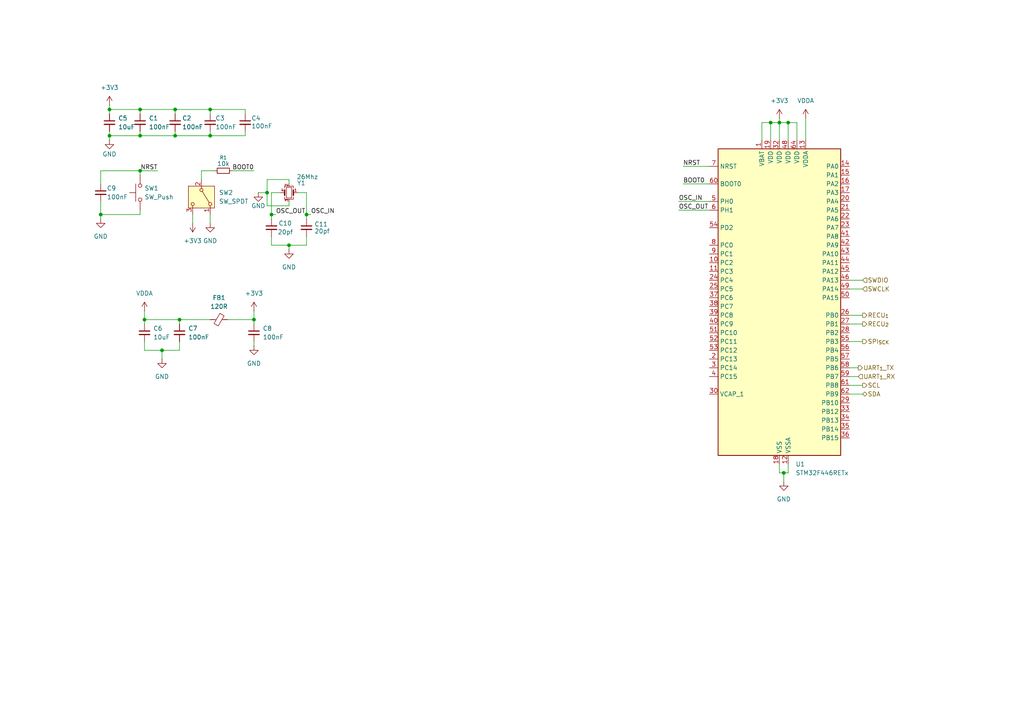
<source format=kicad_sch>
(kicad_sch (version 20250114) (generator "eeschema") (generator_version "9.0")
  (paper "A4")
  (lib_symbols
    (symbol "Device:C_Small" (pin_numbers (hide yes)) (pin_names (offset 0.254) (hide yes))
      (property "Reference" "C" (at 0.254 1.778 0))
      (property "Value" "C_Small" (at 0.254 -2.032 0))
      (symbol "C_Small_0_1"
        (polyline (pts (xy -1.524 0.508) (xy 1.524 0.508)) (stroke (width 0.3048)))
        (polyline (pts (xy -1.524 -0.508) (xy 1.524 -0.508)) (stroke (width 0.3302)))
      )
      (symbol "C_Small_1_1"
        (pin passive line (at 0 2.54 270) (length 2.032) (name "~") (number "1"))
        (pin passive line (at 0 -2.54 90) (length 2.032) (name "~") (number "2"))
      )
    )
    (symbol "Device:Crystal_GND23_Small" (pin_names (offset 1.016) (hide yes))
      (property "Reference" "Y" (at 1.27 4.445 0))
      (property "Value" "Crystal_GND23_Small" (at 1.27 2.54 0))
      (symbol "Crystal_GND23_Small_0_1"
        (polyline (pts (xy -1.27 1.27) (xy -1.27 1.905) (xy 1.27 1.905) (xy 1.27 1.27)))
        (polyline (pts (xy -1.27 -0.762) (xy -1.27 0.762)) (stroke (width 0.381)))
        (polyline (pts (xy -1.27 -1.27) (xy -1.27 -1.905) (xy 1.27 -1.905) (xy 1.27 -1.27)))
        (rectangle (start -0.762 -1.524) (end 0.762 1.524))
        (polyline (pts (xy 1.27 -0.762) (xy 1.27 0.762)) (stroke (width 0.381)))
      )
      (symbol "Crystal_GND23_Small_1_1"
        (pin passive line (at -2.54 0 0) (length 1.27) (name "1") (number "1"))
        (pin passive line (at 0 2.54 270) (length 0.635) (name "3") (number "3"))
        (pin passive line (at 0 -2.54 90) (length 0.635) (name "2") (number "2"))
        (pin passive line (at 2.54 0 180) (length 1.27) (name "4") (number "4"))
      )
    )
    (symbol "Device:FerriteBead_Small" (pin_numbers (hide yes)) (pin_names (offset 0))
      (property "Reference" "FB" (at 1.905 1.27 0))
      (property "Value" "FerriteBead_Small" (at 1.905 -1.27 0))
      (symbol "FerriteBead_Small_0_1"
        (polyline (pts (xy -1.8288 0.2794) (xy -1.1176 1.4986) (xy 1.8288 -0.2032) (xy 1.1176 -1.4224) (xy -1.8288 0.2794)))
        (polyline (pts (xy 0 0.889) (xy 0 1.2954)))
        (polyline (pts (xy 0 -1.27) (xy 0 -0.7874)))
      )
      (symbol "FerriteBead_Small_1_1"
        (pin passive line (at 0 2.54 270) (length 1.27) (name "~") (number "1"))
        (pin passive line (at 0 -2.54 90) (length 1.27) (name "~") (number "2"))
      )
    )
    (symbol "Device:R_Small" (pin_numbers (hide yes)) (pin_names (offset 0.254) (hide yes))
      (property "Reference" "R" (at 0 0 90))
      (property "Value" "R_Small" (at 1.778 0 90))
      (symbol "R_Small_0_1"
        (rectangle (start -0.762 1.778) (end 0.762 -1.778) (stroke (width 0.2032)))
      )
      (symbol "R_Small_1_1"
        (pin passive line (at 0 2.54 270) (length 0.762) (name "~") (number "1"))
        (pin passive line (at 0 -2.54 90) (length 0.762) (name "~") (number "2"))
      )
    )
    (symbol "MCU_ST_STM32F4:STM32F446RETx"
      (property "Reference" "U" (at -17.78 46.99 0))
      (property "Value" "STM32F446RETx" (at 10.16 46.99 0))
      (symbol "STM32F446RETx_0_1"
        (rectangle (start -17.78 -43.18) (end 17.78 45.72) (stroke (width 0.254)) (fill (type background)))
      )
      (symbol "STM32F446RETx_1_1"
        (pin input line (at -20.32 40.64 0) (length 2.54) (name "NRST") (number "7"))
        (pin input line (at -20.32 35.56 0) (length 2.54) (name "BOOT0") (number "60"))
        (pin bidirectional line (at -20.32 30.48 0) (length 2.54) (name "PH0") (number "5"))
        (pin bidirectional line (at -20.32 27.94 0) (length 2.54) (name "PH1") (number "6"))
        (pin bidirectional line (at -20.32 22.86 0) (length 2.54) (name "PD2") (number "54"))
        (pin bidirectional line (at -20.32 17.78 0) (length 2.54) (name "PC0") (number "8"))
        (pin bidirectional line (at -20.32 15.24 0) (length 2.54) (name "PC1") (number "9"))
        (pin bidirectional line (at -20.32 12.7 0) (length 2.54) (name "PC2") (number "10"))
        (pin bidirectional line (at -20.32 10.16 0) (length 2.54) (name "PC3") (number "11"))
        (pin bidirectional line (at -20.32 7.62 0) (length 2.54) (name "PC4") (number "24"))
        (pin bidirectional line (at -20.32 5.08 0) (length 2.54) (name "PC5") (number "25"))
        (pin bidirectional line (at -20.32 2.54 0) (length 2.54) (name "PC6") (number "37"))
        (pin bidirectional line (at -20.32 0 0) (length 2.54) (name "PC7") (number "38"))
        (pin bidirectional line (at -20.32 -2.54 0) (length 2.54) (name "PC8") (number "39"))
        (pin bidirectional line (at -20.32 -5.08 0) (length 2.54) (name "PC9") (number "40"))
        (pin bidirectional line (at -20.32 -7.62 0) (length 2.54) (name "PC10") (number "51"))
        (pin bidirectional line (at -20.32 -10.16 0) (length 2.54) (name "PC11") (number "52"))
        (pin bidirectional line (at -20.32 -12.7 0) (length 2.54) (name "PC12") (number "53"))
        (pin bidirectional line (at -20.32 -15.24 0) (length 2.54) (name "PC13") (number "2"))
        (pin bidirectional line (at -20.32 -17.78 0) (length 2.54) (name "PC14") (number "3"))
        (pin bidirectional line (at -20.32 -20.32 0) (length 2.54) (name "PC15") (number "4"))
        (pin power_out line (at -20.32 -25.4 0) (length 2.54) (name "VCAP_1") (number "30"))
        (pin power_in line (at -5.08 48.26 270) (length 2.54) (name "VBAT") (number "1"))
        (pin power_in line (at -2.54 48.26 270) (length 2.54) (name "VDD") (number "19"))
        (pin power_in line (at 0 48.26 270) (length 2.54) (name "VDD") (number "32"))
        (pin power_in line (at 0 -45.72 90) (length 2.54) (name "VSS") (number "18"))
        (pin passive line (at 0 -45.72 90) (length 2.54) (hide yes) (name "VSS") (number "31"))
        (pin passive line (at 0 -45.72 90) (length 2.54) (hide yes) (name "VSS") (number "47"))
        (pin passive line (at 0 -45.72 90) (length 2.54) (hide yes) (name "VSS") (number "63"))
        (pin power_in line (at 2.54 48.26 270) (length 2.54) (name "VDD") (number "48"))
        (pin power_in line (at 2.54 -45.72 90) (length 2.54) (name "VSSA") (number "12"))
        (pin power_in line (at 5.08 48.26 270) (length 2.54) (name "VDD") (number "64"))
        (pin power_in line (at 7.62 48.26 270) (length 2.54) (name "VDDA") (number "13"))
        (pin bidirectional line (at 20.32 40.64 180) (length 2.54) (name "PA0") (number "14"))
        (pin bidirectional line (at 20.32 38.1 180) (length 2.54) (name "PA1") (number "15"))
        (pin bidirectional line (at 20.32 35.56 180) (length 2.54) (name "PA2") (number "16"))
        (pin bidirectional line (at 20.32 33.02 180) (length 2.54) (name "PA3") (number "17"))
        (pin bidirectional line (at 20.32 30.48 180) (length 2.54) (name "PA4") (number "20"))
        (pin bidirectional line (at 20.32 27.94 180) (length 2.54) (name "PA5") (number "21"))
        (pin bidirectional line (at 20.32 25.4 180) (length 2.54) (name "PA6") (number "22"))
        (pin bidirectional line (at 20.32 22.86 180) (length 2.54) (name "PA7") (number "23"))
        (pin bidirectional line (at 20.32 20.32 180) (length 2.54) (name "PA8") (number "41"))
        (pin bidirectional line (at 20.32 17.78 180) (length 2.54) (name "PA9") (number "42"))
        (pin bidirectional line (at 20.32 15.24 180) (length 2.54) (name "PA10") (number "43"))
        (pin bidirectional line (at 20.32 12.7 180) (length 2.54) (name "PA11") (number "44"))
        (pin bidirectional line (at 20.32 10.16 180) (length 2.54) (name "PA12") (number "45"))
        (pin bidirectional line (at 20.32 7.62 180) (length 2.54) (name "PA13") (number "46"))
        (pin bidirectional line (at 20.32 5.08 180) (length 2.54) (name "PA14") (number "49"))
        (pin bidirectional line (at 20.32 2.54 180) (length 2.54) (name "PA15") (number "50"))
        (pin bidirectional line (at 20.32 -2.54 180) (length 2.54) (name "PB0") (number "26"))
        (pin bidirectional line (at 20.32 -5.08 180) (length 2.54) (name "PB1") (number "27"))
        (pin bidirectional line (at 20.32 -7.62 180) (length 2.54) (name "PB2") (number "28"))
        (pin bidirectional line (at 20.32 -10.16 180) (length 2.54) (name "PB3") (number "55"))
        (pin bidirectional line (at 20.32 -12.7 180) (length 2.54) (name "PB4") (number "56"))
        (pin bidirectional line (at 20.32 -15.24 180) (length 2.54) (name "PB5") (number "57"))
        (pin bidirectional line (at 20.32 -17.78 180) (length 2.54) (name "PB6") (number "58"))
        (pin bidirectional line (at 20.32 -20.32 180) (length 2.54) (name "PB7") (number "59"))
        (pin bidirectional line (at 20.32 -22.86 180) (length 2.54) (name "PB8") (number "61"))
        (pin bidirectional line (at 20.32 -25.4 180) (length 2.54) (name "PB9") (number "62"))
        (pin bidirectional line (at 20.32 -27.94 180) (length 2.54) (name "PB10") (number "29"))
        (pin bidirectional line (at 20.32 -30.48 180) (length 2.54) (name "PB12") (number "33"))
        (pin bidirectional line (at 20.32 -33.02 180) (length 2.54) (name "PB13") (number "34"))
        (pin bidirectional line (at 20.32 -35.56 180) (length 2.54) (name "PB14") (number "35"))
        (pin bidirectional line (at 20.32 -38.1 180) (length 2.54) (name "PB15") (number "36"))
      )
    )
    (symbol "Switch:SW_Push" (pin_numbers (hide yes)) (pin_names (offset 1.016) (hide yes))
      (property "Reference" "SW" (at 1.27 2.54 0))
      (property "Value" "SW_Push" (at 0 -1.524 0))
      (symbol "SW_Push_0_1"
        (circle (center -2.032 0) (radius 0.508))
        (polyline (pts (xy 0 1.27) (xy 0 3.048)))
        (circle (center 2.032 0) (radius 0.508))
        (polyline (pts (xy 2.54 1.27) (xy -2.54 1.27)))
        (pin passive line (at -5.08 0 0) (length 2.54) (name "1") (number "1"))
        (pin passive line (at 5.08 0 180) (length 2.54) (name "2") (number "2"))
      )
    )
    (symbol "Switch:SW_SPDT" (pin_names (offset 0) (hide yes))
      (property "Reference" "SW" (at 0 5.08 0))
      (property "Value" "SW_SPDT" (at 0 -5.08 0))
      (symbol "SW_SPDT_0_1"
        (circle (center -2.032 0) (radius 0.4572))
        (polyline (pts (xy -1.651 0.254) (xy 1.651 2.286)))
        (circle (center 2.032 2.54) (radius 0.4572))
        (circle (center 2.032 -2.54) (radius 0.4572))
      )
      (symbol "SW_SPDT_1_1"
        (rectangle (start -3.175 3.81) (end 3.175 -3.81) (fill (type background)))
        (pin passive line (at -5.08 0 0) (length 2.54) (name "B") (number "2"))
        (pin passive line (at 5.08 2.54 180) (length 2.54) (name "A") (number "1"))
        (pin passive line (at 5.08 -2.54 180) (length 2.54) (name "C") (number "3"))
      )
    )
    (symbol "power:+3V3" (power) (pin_numbers (hide yes)) (pin_names (offset 0) (hide yes))
      (property "Value" "+3V3" (at 0 3.556 0))
      (symbol "+3V3_0_1"
        (polyline (pts (xy -0.762 1.27) (xy 0 2.54)))
        (polyline (pts (xy 0 2.54) (xy 0.762 1.27)))
        (polyline (pts (xy 0 0) (xy 0 2.54)))
      )
      (symbol "+3V3_1_1"
        (pin power_in line (at 0 0 90) (length 0) (name "~") (number "1"))
      )
    )
    (symbol "power:GND" (power) (pin_numbers (hide yes)) (pin_names (offset 0) (hide yes))
      (property "Value" "GND" (at 0 -3.81 0))
      (symbol "GND_0_1"
        (polyline (pts (xy 0 0) (xy 0 -1.27) (xy 1.27 -1.27) (xy 0 -2.54) (xy -1.27 -1.27) (xy 0 -1.27)))
      )
      (symbol "GND_1_1"
        (pin power_in line (at 0 0 270) (length 0) (name "~") (number "1"))
      )
    )
    (symbol "power:VDDA" (power) (pin_numbers (hide yes)) (pin_names (offset 0) (hide yes))
      (property "Value" "VDDA" (at 0 3.556 0))
      (symbol "VDDA_0_1"
        (polyline (pts (xy -0.762 1.27) (xy 0 2.54)))
        (polyline (pts (xy 0 2.54) (xy 0.762 1.27)))
        (polyline (pts (xy 0 0) (xy 0 2.54)))
      )
      (symbol "VDDA_1_1"
        (pin power_in line (at 0 0 90) (length 0) (name "~") (number "1"))
      )
    )
  )
  (junction (at 60.96 31.75))
  (junction (at 41.91 92.71))
  (junction (at 226.06 35.56))
  (junction (at 40.64 49.53))
  (junction (at 78.74 62.23))
  (junction (at 50.8 31.75))
  (junction (at 88.9 62.23))
  (junction (at 40.64 31.75))
  (junction (at 228.6 35.56))
  (junction (at 40.64 39.37))
  (junction (at 31.75 31.75))
  (junction (at 227.33 137.16))
  (junction (at 60.96 39.37))
  (junction (at 77.47 55.88))
  (junction (at 46.99 101.6))
  (junction (at 83.82 71.12))
  (junction (at 29.21 62.23))
  (junction (at 73.66 92.71))
  (junction (at 31.75 39.37))
  (junction (at 223.52 35.56))
  (junction (at 50.8 39.37))
  (junction (at 52.07 92.71))
  (wire (pts (xy 29.21 62.23) (xy 40.64 62.23)))
  (wire (pts (xy 78.74 62.23) (xy 78.74 63.5)))
  (wire (pts (xy 250.19 91.44) (xy 246.38 91.44)))
  (wire (pts (xy 228.6 137.16) (xy 227.33 137.16)))
  (wire (pts (xy 74.93 55.88) (xy 77.47 55.88)))
  (wire (pts (xy 31.75 39.37) (xy 31.75 40.64)))
  (wire (pts (xy 41.91 92.71) (xy 41.91 93.98)))
  (wire (pts (xy 31.75 39.37) (xy 40.64 39.37)))
  (wire (pts (xy 77.47 52.07) (xy 83.82 52.07)))
  (wire (pts (xy 77.47 55.88) (xy 77.47 59.69)))
  (wire (pts (xy 40.64 39.37) (xy 50.8 39.37)))
  (wire (pts (xy 226.06 137.16) (xy 227.33 137.16)))
  (wire (pts (xy 40.64 33.02) (xy 40.64 31.75)))
  (wire (pts (xy 77.47 59.69) (xy 83.82 59.69)))
  (wire (pts (xy 60.96 92.71) (xy 52.07 92.71)))
  (wire (pts (xy 60.96 39.37) (xy 60.96 38.1)))
  (wire (pts (xy 83.82 71.12) (xy 88.9 71.12)))
  (wire (pts (xy 41.91 101.6) (xy 46.99 101.6)))
  (wire (pts (xy 223.52 35.56) (xy 226.06 35.56)))
  (wire (pts (xy 90.17 62.23) (xy 88.9 62.23)))
  (wire (pts (xy 231.14 35.56) (xy 231.14 40.64)))
  (wire (pts (xy 78.74 68.58) (xy 78.74 71.12)))
  (wire (pts (xy 29.21 49.53) (xy 40.64 49.53)))
  (wire (pts (xy 60.96 64.77) (xy 60.96 62.23)))
  (wire (pts (xy 77.47 52.07) (xy 77.47 55.88)))
  (wire (pts (xy 223.52 35.56) (xy 223.52 40.64)))
  (wire (pts (xy 31.75 39.37) (xy 31.75 38.1)))
  (wire (pts (xy 29.21 62.23) (xy 29.21 58.42)))
  (wire (pts (xy 73.66 93.98) (xy 73.66 92.71)))
  (wire (pts (xy 50.8 31.75) (xy 60.96 31.75)))
  (wire (pts (xy 83.82 59.69) (xy 83.82 58.42)))
  (wire (pts (xy 58.42 49.53) (xy 62.23 49.53)))
  (wire (pts (xy 196.85 60.96) (xy 205.74 60.96)))
  (wire (pts (xy 220.98 35.56) (xy 220.98 40.64)))
  (wire (pts (xy 88.9 71.12) (xy 88.9 68.58)))
  (wire (pts (xy 227.33 137.16) (xy 227.33 139.7)))
  (wire (pts (xy 220.98 35.56) (xy 223.52 35.56)))
  (wire (pts (xy 198.12 53.34) (xy 205.74 53.34)))
  (wire (pts (xy 88.9 55.88) (xy 88.9 62.23)))
  (wire (pts (xy 31.75 30.48) (xy 31.75 31.75)))
  (wire (pts (xy 40.64 49.53) (xy 45.72 49.53)))
  (wire (pts (xy 60.96 33.02) (xy 60.96 31.75)))
  (wire (pts (xy 73.66 100.33) (xy 73.66 99.06)))
  (wire (pts (xy 226.06 35.56) (xy 226.06 40.64)))
  (wire (pts (xy 250.19 99.06) (xy 246.38 99.06)))
  (wire (pts (xy 78.74 71.12) (xy 83.82 71.12)))
  (wire (pts (xy 41.91 90.17) (xy 41.91 92.71)))
  (wire (pts (xy 233.68 34.29) (xy 233.68 40.64)))
  (wire (pts (xy 228.6 35.56) (xy 231.14 35.56)))
  (wire (pts (xy 50.8 39.37) (xy 50.8 38.1)))
  (wire (pts (xy 60.96 31.75) (xy 71.12 31.75)))
  (wire (pts (xy 40.64 50.8) (xy 40.64 49.53)))
  (wire (pts (xy 31.75 33.02) (xy 31.75 31.75)))
  (wire (pts (xy 83.82 52.07) (xy 83.82 53.34)))
  (wire (pts (xy 50.8 39.37) (xy 60.96 39.37)))
  (wire (pts (xy 78.74 55.88) (xy 81.28 55.88)))
  (wire (pts (xy 226.06 35.56) (xy 228.6 35.56)))
  (wire (pts (xy 41.91 92.71) (xy 52.07 92.71)))
  (wire (pts (xy 83.82 71.12) (xy 83.82 72.39)))
  (wire (pts (xy 52.07 101.6) (xy 52.07 99.06)))
  (wire (pts (xy 73.66 92.71) (xy 66.04 92.71)))
  (wire (pts (xy 250.19 83.82) (xy 246.38 83.82)))
  (wire (pts (xy 250.19 111.76) (xy 246.38 111.76)))
  (wire (pts (xy 250.19 114.3) (xy 246.38 114.3)))
  (wire (pts (xy 40.64 62.23) (xy 40.64 60.96)))
  (wire (pts (xy 198.12 48.26) (xy 205.74 48.26)))
  (wire (pts (xy 60.96 39.37) (xy 71.12 39.37)))
  (wire (pts (xy 78.74 55.88) (xy 78.74 62.23)))
  (wire (pts (xy 246.38 106.68) (xy 248.92 106.68)))
  (wire (pts (xy 67.31 49.53) (xy 73.66 49.53)))
  (wire (pts (xy 73.66 90.17) (xy 73.66 92.71)))
  (wire (pts (xy 80.01 62.23) (xy 78.74 62.23)))
  (wire (pts (xy 71.12 33.02) (xy 71.12 31.75)))
  (wire (pts (xy 88.9 55.88) (xy 86.36 55.88)))
  (wire (pts (xy 58.42 52.07) (xy 58.42 49.53)))
  (wire (pts (xy 228.6 134.62) (xy 228.6 137.16)))
  (wire (pts (xy 52.07 92.71) (xy 52.07 93.98)))
  (wire (pts (xy 88.9 62.23) (xy 88.9 63.5)))
  (wire (pts (xy 71.12 39.37) (xy 71.12 38.1)))
  (wire (pts (xy 226.06 134.62) (xy 226.06 137.16)))
  (wire (pts (xy 40.64 31.75) (xy 50.8 31.75)))
  (wire (pts (xy 50.8 33.02) (xy 50.8 31.75)))
  (wire (pts (xy 246.38 93.98) (xy 250.19 93.98)))
  (wire (pts (xy 46.99 101.6) (xy 52.07 101.6)))
  (wire (pts (xy 31.75 31.75) (xy 40.64 31.75)))
  (wire (pts (xy 46.99 101.6) (xy 46.99 104.14)))
  (wire (pts (xy 29.21 53.34) (xy 29.21 49.53)))
  (wire (pts (xy 55.88 64.77) (xy 55.88 62.23)))
  (wire (pts (xy 248.92 109.22) (xy 246.38 109.22)))
  (wire (pts (xy 246.38 81.28) (xy 250.19 81.28)))
  (wire (pts (xy 40.64 39.37) (xy 40.64 38.1)))
  (wire (pts (xy 29.21 63.5) (xy 29.21 62.23)))
  (wire (pts (xy 226.06 34.29) (xy 226.06 35.56)))
  (wire (pts (xy 41.91 99.06) (xy 41.91 101.6)))
  (wire (pts (xy 196.85 58.42) (xy 205.74 58.42)))
  (wire (pts (xy 228.6 35.56) (xy 228.6 40.64)))
  (label "NRST" (at 45.72 49.53 180))
  (label "BOOT0" (at 73.66 49.53 180))
  (label "BOOT0" (at 198.12 53.34 0))
  (label "OSC_IN" (at 90.17 62.23 0))
  (label "OSC_OUT" (at 196.85 60.96 0))
  (label "NRST" (at 198.12 48.26 0))
  (label "OSC_IN" (at 196.85 58.42 0))
  (label "OSC_OUT" (at 80.01 62.23 0))
  (hierarchical_label "UART_{1}_RX" (shape input) (at 248.92 109.22 0))
  (hierarchical_label "SWDIO" (shape input) (at 250.19 81.28 0))
  (hierarchical_label "RECU_{1}" (shape output) (at 250.19 91.44 0))
  (hierarchical_label "SDA" (shape bidirectional) (at 250.19 114.3 0))
  (hierarchical_label "SCL" (shape output) (at 250.19 111.76 0))
  (hierarchical_label "SWCLK" (shape input) (at 250.19 83.82 0))
  (hierarchical_label "SPI_{SCK}" (shape output) (at 250.19 99.06 0))
  (hierarchical_label "RECU_{2}" (shape output) (at 250.19 93.98 0))
  (hierarchical_label "UART_{1}_TX" (shape output) (at 248.92 106.68 0))
  (symbol (lib_id "power:+3V3") (at 55.88 64.77 180) (unit 1)
    (property "Reference" "#PWR06" (effects (hide yes)))
    (property "Value" "+3V3" (at 55.88 69.85 0))
    (property "Description" "Power symbol creates a global label with name \"+3V3\"" (effects (hide yes)))
  )
  (symbol (lib_id "power:GND") (at 73.66 100.33 0) (unit 1)
    (property "Reference" "#PWR03" (effects (hide yes)))
    (property "Value" "GND" (at 73.66 105.41 0))
    (property "Description" "Power symbol creates a global label with name \"GND\" , ground" (effects (hide yes)))
  )
  (symbol (lib_id "power:GND") (at 74.93 55.88 0) (unit 1)
    (property "Reference" "#PWR07" (effects (hide yes)))
    (property "Value" "GND" (at 74.93 59.69 0))
    (property "Description" "Power symbol creates a global label with name \"GND\" , ground" (effects (hide yes)))
  )
  (symbol (lib_id "power:VDDA") (at 233.68 34.29 0) (unit 1)
    (property "Reference" "#PWR012" (effects (hide yes)))
    (property "Value" "VDDA" (at 233.68 29.21 0))
    (property "Description" "Power symbol creates a global label with name \"VDDA\"" (effects (hide yes)))
  )
  (symbol (lib_id "Device:R_Small") (at 64.77 49.53 90) (unit 1)
    (property "Reference" "R1" (at 64.77 45.72 90) (effects (font (size 1.016 1.016))))
    (property "Value" "10k" (at 64.77 47.498 90))
    (property "Description" "Resistor, small symbol" (effects (hide yes)))
  )
  (symbol (lib_id "power:VDDA") (at 41.91 90.17 0) (unit 1)
    (property "Reference" "#PWR013" (effects (hide yes)))
    (property "Value" "VDDA" (at 41.91 85.09 0))
    (property "Description" "Power symbol creates a global label with name \"VDDA\"" (effects (hide yes)))
  )
  (symbol (lib_id "Device:C_Small") (at 60.96 35.56 0) (unit 1)
    (property "Reference" "C3" (at 62.484 34.29 0) (effects (justify left)))
    (property "Value" "100nF" (at 62.484 36.83 0) (effects (justify left)))
    (property "Description" "Unpolarized capacitor, small symbol" (effects (hide yes)))
  )
  (symbol (lib_id "Device:C_Small") (at 71.12 35.56 0) (unit 1)
    (property "Reference" "C4" (at 72.898 34.29 0) (effects (justify left)))
    (property "Value" "100nF" (at 72.898 36.576 0) (effects (justify left)))
    (property "Description" "Unpolarized capacitor, small symbol" (effects (hide yes)))
  )
  (symbol (lib_id "Device:C_Small") (at 31.75 35.56 0) (unit 1)
    (property "Reference" "C5" (at 34.29 34.2962 0) (effects (justify left)))
    (property "Value" "10uF" (at 34.29 36.8362 0) (effects (justify left)))
    (property "Description" "Unpolarized capacitor, small symbol" (effects (hide yes)))
  )
  (symbol (lib_id "Device:C_Small") (at 50.8 35.56 0) (unit 1)
    (property "Reference" "C2" (at 52.832 34.29 0) (effects (justify left)))
    (property "Value" "100nF" (at 52.832 36.83 0) (effects (justify left)))
    (property "Description" "Unpolarized capacitor, small symbol" (effects (hide yes)))
  )
  (symbol (lib_id "power:+3V3") (at 73.66 90.17 0) (unit 1)
    (property "Reference" "#PWR010" (effects (hide yes)))
    (property "Value" "+3V3" (at 73.66 85.09 0))
    (property "Description" "Power symbol creates a global label with name \"+3V3\"" (effects (hide yes)))
  )
  (symbol (lib_id "Device:C_Small") (at 73.66 96.52 0) (unit 1)
    (property "Reference" "C8" (at 76.2 95.2562 0) (effects (justify left)))
    (property "Value" "100nF" (at 76.2 97.7962 0) (effects (justify left)))
    (property "Description" "Unpolarized capacitor, small symbol" (effects (hide yes)))
  )
  (symbol (lib_id "Device:C_Small") (at 88.9 66.04 0) (unit 1)
    (property "Reference" "C11" (at 91.186 65.024 0) (effects (justify left)))
    (property "Value" "20pf" (at 91.186 67.056 0) (effects (justify left)))
    (property "Description" "Unpolarized capacitor, small symbol" (effects (hide yes)))
  )
  (symbol (lib_id "Device:FerriteBead_Small") (at 63.5 92.71 270) (unit 1)
    (property "Reference" "FB1" (at 63.5381 86.36 90))
    (property "Value" "120R" (at 63.5381 88.9 90))
    (property "Description" "Ferrite bead, small symbol" (effects (hide yes)))
  )
  (symbol (lib_id "Device:C_Small") (at 78.74 66.04 0) (unit 1)
    (property "Reference" "C10" (at 80.772 64.77 0) (effects (justify left)))
    (property "Value" "20pf" (at 80.518 67.31 0) (effects (justify left)))
    (property "Description" "Unpolarized capacitor, small symbol" (effects (hide yes)))
  )
  (symbol (lib_id "MCU_ST_STM32F4:STM32F446RETx") (at 226.06 88.9 0) (unit 1)
    (property "Reference" "U1" (at 230.7433 134.62 0) (effects (justify left)))
    (property "Value" "STM32F446RETx" (at 230.7433 137.16 0) (effects (justify left)))
    (property "Footprint" "Package_QFP:LQFP-64_10x10mm_P0.5mm" (effects (hide yes)))
    (property "Datasheet" "https://www.st.com/resource/en/datasheet/stm32f446re.pdf" (effects (hide yes)))
    (property "Description" "STMicroelectronics Arm Cortex-M4 MCU, 512KB flash, 128KB RAM, 180 MHz, 1.8-3.6V, 50 GPIO, LQFP64" (effects (hide yes)))
  )
  (symbol (lib_id "Device:C_Small") (at 29.21 55.88 0) (unit 1)
    (property "Reference" "C9" (at 30.988 54.61 0) (effects (justify left)))
    (property "Value" "100nF" (at 30.988 57.15 0) (effects (justify left)))
    (property "Description" "Unpolarized capacitor, small symbol" (effects (hide yes)))
  )
  (symbol (lib_id "power:GND") (at 31.75 40.64 0) (unit 1)
    (property "Reference" "#PWR01" (effects (hide yes)))
    (property "Value" "GND" (at 31.75 44.704 0))
    (property "Description" "Power symbol creates a global label with name \"GND\" , ground" (effects (hide yes)))
  )
  (symbol (lib_id "power:+3V3") (at 31.75 30.48 0) (unit 1)
    (property "Reference" "#PWR09" (effects (hide yes)))
    (property "Value" "+3V3" (at 31.75 25.4 0))
    (property "Description" "Power symbol creates a global label with name \"+3V3\"" (effects (hide yes)))
  )
  (symbol (lib_id "Device:Crystal_GND23_Small") (at 83.82 55.88 180) (unit 1)
    (property "Reference" "Y1" (at 87.376 53.086 0))
    (property "Value" "26Mhz" (at 89.154 51.308 0))
    (property "Footprint" "Crystal:Crystal_SMD_SeikoEpson_TSX3225-4Pin_3.2x2.5mm" (effects (hide yes)))
    (property "Description" "Four pin crystal, GND on pins 2 and 3, small symbol" (effects (hide yes)))
  )
  (symbol (lib_id "Device:C_Small") (at 41.91 96.52 0) (unit 1)
    (property "Reference" "C6" (at 44.45 95.2562 0) (effects (justify left)))
    (property "Value" "10uF" (at 44.45 97.7962 0) (effects (justify left)))
    (property "Description" "Unpolarized capacitor, small symbol" (effects (hide yes)))
  )
  (symbol (lib_id "Device:C_Small") (at 40.64 35.56 0) (unit 1)
    (property "Reference" "C1" (at 43.18 34.2962 0) (effects (justify left)))
    (property "Value" "100nF" (at 43.18 36.8362 0) (effects (justify left)))
    (property "Description" "Unpolarized capacitor, small symbol" (effects (hide yes)))
  )
  (symbol (lib_id "power:GND") (at 29.21 63.5 0) (unit 1)
    (property "Reference" "#PWR04" (effects (hide yes)))
    (property "Value" "GND" (at 29.21 68.58 0))
    (property "Description" "Power symbol creates a global label with name \"GND\" , ground" (effects (hide yes)))
  )
  (symbol (lib_id "power:+3V3") (at 226.06 34.29 0) (unit 1)
    (property "Reference" "#PWR011" (effects (hide yes)))
    (property "Value" "+3V3" (at 226.06 29.21 0))
    (property "Description" "Power symbol creates a global label with name \"+3V3\"" (effects (hide yes)))
  )
  (symbol (lib_id "Switch:SW_Push") (at 40.64 55.88 90) (unit 1)
    (property "Reference" "SW1" (at 41.91 54.6099 90) (effects (justify right)))
    (property "Value" "SW_Push" (at 41.91 57.1499 90) (effects (justify right)))
    (property "Description" "Push button switch, generic, two pins" (effects (hide yes)))
  )
  (symbol (lib_id "power:GND") (at 60.96 64.77 0) (unit 1)
    (property "Reference" "#PWR05" (effects (hide yes)))
    (property "Value" "GND" (at 60.96 69.85 0))
    (property "Description" "Power symbol creates a global label with name \"GND\" , ground" (effects (hide yes)))
  )
  (symbol (lib_id "Switch:SW_SPDT") (at 58.42 57.15 270) (unit 1)
    (property "Reference" "SW2" (at 63.5 55.8799 90) (effects (justify left)))
    (property "Value" "SW_SPDT" (at 63.5 58.4199 90) (effects (justify left)))
    (property "Description" "Switch, single pole double throw" (effects (hide yes)))
  )
  (symbol (lib_id "power:GND") (at 46.99 104.14 0) (unit 1)
    (property "Reference" "#PWR02" (effects (hide yes)))
    (property "Value" "GND" (at 46.99 109.22 0))
    (property "Description" "Power symbol creates a global label with name \"GND\" , ground" (effects (hide yes)))
  )
  (symbol (lib_id "Device:C_Small") (at 52.07 96.52 0) (unit 1)
    (property "Reference" "C7" (at 54.61 95.2562 0) (effects (justify left)))
    (property "Value" "100nF" (at 54.61 97.7962 0) (effects (justify left)))
    (property "Description" "Unpolarized capacitor, small symbol" (effects (hide yes)))
  )
  (symbol (lib_id "power:GND") (at 83.82 72.39 0) (unit 1)
    (property "Reference" "#PWR08" (effects (hide yes)))
    (property "Value" "GND" (at 83.82 77.47 0))
    (property "Description" "Power symbol creates a global label with name \"GND\" , ground" (effects (hide yes)))
  )
  (symbol (lib_id "power:GND") (at 227.33 139.7 0) (unit 1)
    (property "Reference" "#PWR014" (effects (hide yes)))
    (property "Value" "GND" (at 227.33 144.78 0))
    (property "Description" "Power symbol creates a global label with name \"GND\" , ground" (effects (hide yes)))
  )
)
</source>
